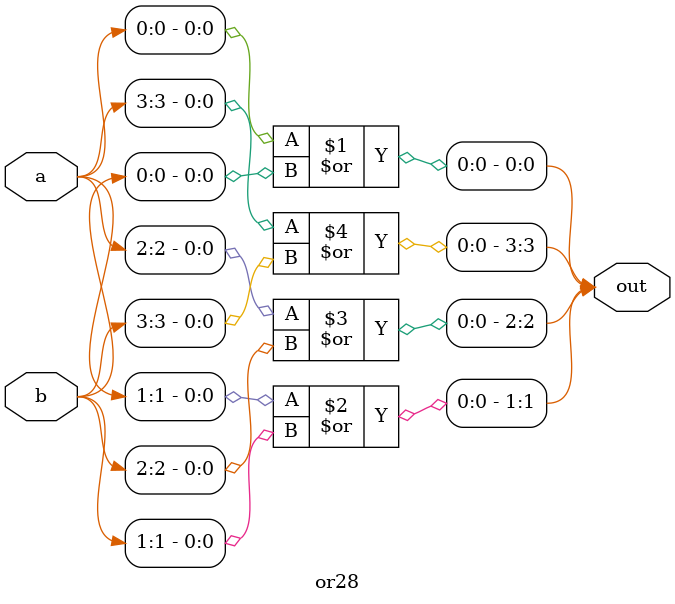
<source format=v>
module or28 (
    input wire [3:0] a,
    input wire [3:0] b,
    output wire [3:0] out
);

assign out = {a[3] | b[3], a[2] | b[2], a[1] | b[1], a[0] | b[0]};

endmodule

</source>
